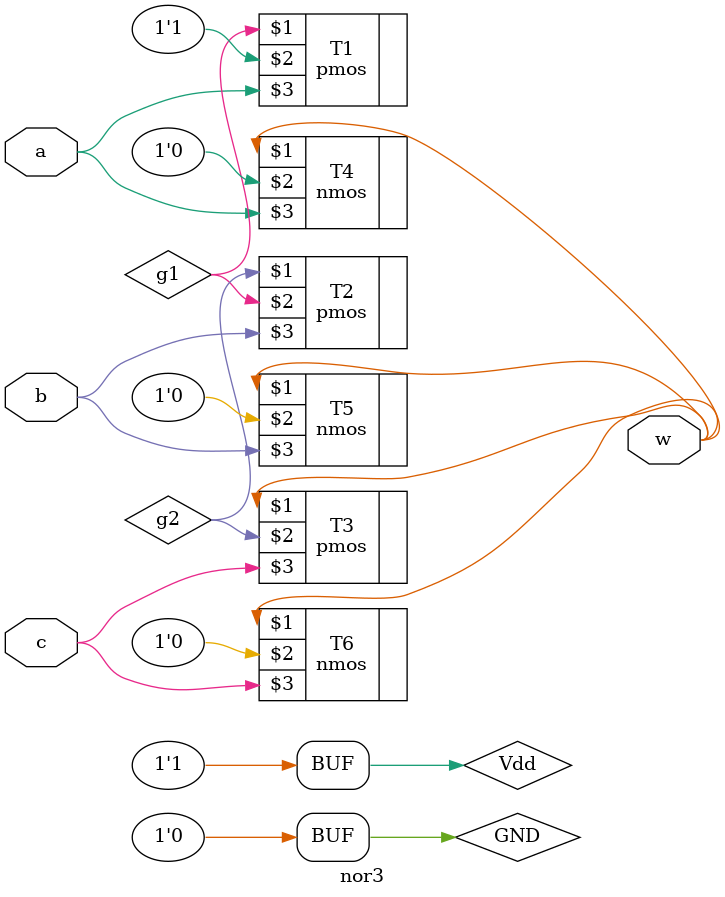
<source format=v>
`timescale 1ns/1ns
module nor3(input a,b,c,output w);
  supply1 Vdd;
  supply0 GND;
  wire g1;
  pmos #(5,6,7) T1(g1,Vdd,a),
                T2(g2,g1,b),
                T3(w,g2,c);
  nmos #(3,4,5) T4(w,GND,a),
                T5(w,GND,b),
                T6(w,GND,c);
endmodule

</source>
